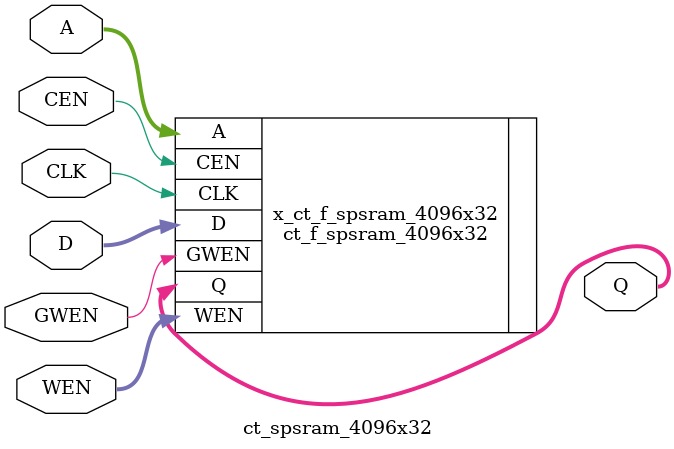
<source format=v>

/*Copyright 2019-2021 T-Head Semiconductor Co., Ltd.

Licensed under the Apache License, Version 2.0 (the "License");
you may not use this file except in compliance with the License.
You may obtain a copy of the License at

    http://www.apache.org/licenses/LICENSE-2.0

Unless required by applicable law or agreed to in writing, software
distributed under the License is distributed on an "AS IS" BASIS,
WITHOUT WARRANTIES OR CONDITIONS OF ANY KIND, either express or implied.
See the License for the specific language governing permissions and
limitations under the License.
*/

// &ModuleBeg; @22
module ct_spsram_4096x32(
  A,
  CEN,
  CLK,
  D,
  GWEN,
  Q,
  WEN
);

// &Ports; @23
input   [11:0]  A;   
input           CEN; 
input           CLK; 
input   [31:0]  D;   
input           GWEN; 
input   [31:0]  WEN; 
output  [31:0]  Q;   

// &Regs; @24

// &Wires; @25
wire    [11:0]  A;   
wire            CEN; 
wire            CLK; 
wire    [31:0]  D;   
wire            GWEN; 
wire    [31:0]  Q;   
wire    [31:0]  WEN; 


//**********************************************************
//                  Parameter Definition
//**********************************************************
parameter ADDR_WIDTH = 12;
parameter DATA_WIDTH = 32;
parameter WE_WIDTH   = 32;

// &Force("bus","Q",DATA_WIDTH-1,0); @34
// &Force("bus","WEN",WE_WIDTH-1,0); @35
// &Force("bus","A",ADDR_WIDTH-1,0); @36
// &Force("bus","D",DATA_WIDTH-1,0); @37

  //********************************************************
  //*                        FPGA memory                   *
  //********************************************************
  //{WEN[31:24],WEN[23:16],WEN[15:8],WEN[7:0]}
//   &Instance("ct_f_spsram_4096x32"); @44
ct_f_spsram_4096x32  x_ct_f_spsram_4096x32 (
  .A    (A   ),
  .CEN  (CEN ),
  .CLK  (CLK ),
  .D    (D   ),
  .GWEN (GWEN),
  .Q    (Q   ),
  .WEN  (WEN )
);

//   &Instance("ct_tsmc_spsram_1024x32"); @50

// &ModuleEnd; @66
endmodule



</source>
